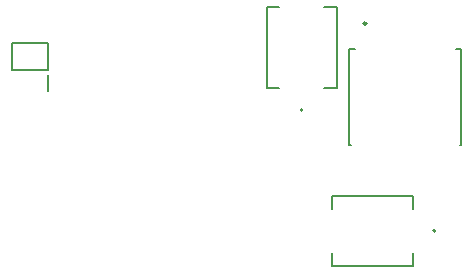
<source format=gbo>
G04*
G04 #@! TF.GenerationSoftware,Altium Limited,Altium Designer,22.0.2 (36)*
G04*
G04 Layer_Color=32896*
%FSLAX25Y25*%
%MOIN*%
G70*
G04*
G04 #@! TF.SameCoordinates,5F5B6C63-6FB6-4E28-9BE5-C2605847C7C1*
G04*
G04*
G04 #@! TF.FilePolarity,Positive*
G04*
G01*
G75*
%ADD10C,0.00984*%
%ADD11C,0.00500*%
%ADD12C,0.00787*%
D10*
X124606Y119626D02*
G03*
X124606Y119626I-492J0D01*
G01*
D11*
X114624Y98010D02*
Y124998D01*
X91376Y98010D02*
Y124998D01*
X95598D01*
X110402D02*
X114624D01*
X91376Y98010D02*
X95598D01*
X110402D02*
X114624D01*
X139994Y57902D02*
Y62124D01*
Y38876D02*
Y43098D01*
X113006Y57902D02*
Y62124D01*
Y38876D02*
Y43098D01*
Y38876D02*
X139994D01*
X113006Y62124D02*
X139994D01*
D12*
X103394Y90835D02*
G03*
X103394Y90835I-394J0D01*
G01*
X147563Y50500D02*
G03*
X147563Y50500I-394J0D01*
G01*
X154331Y111161D02*
X156240D01*
X118760D02*
X120669D01*
X118760Y79154D02*
Y111161D01*
X156240Y79154D02*
Y111161D01*
X155610Y79154D02*
X156240D01*
X118760D02*
X119390D01*
X18406Y97083D02*
Y102594D01*
X6594Y103972D02*
X18406D01*
X6594D02*
Y113028D01*
X18406D01*
Y103972D02*
Y113028D01*
M02*

</source>
